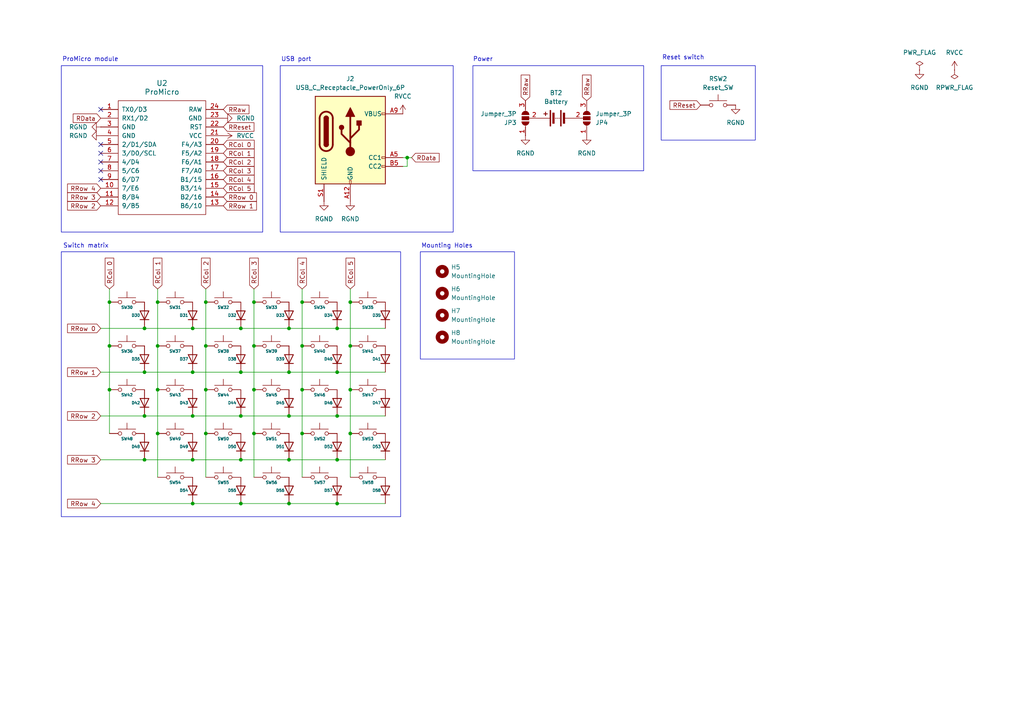
<source format=kicad_sch>
(kicad_sch (version 20231120) (generator "eeschema") (generator_version "8.0")
  (paper "A4")
  (lib_symbols
    (symbol "Connector:USB_C_Receptacle_PowerOnly_6P" (pin_names (offset 1.016))
      (property "Reference" "J" (at 0 16.51 0))
      (property "Value" "USB_C_Receptacle_PowerOnly_6P" (at 0 13.97 0))
      (symbol "USB_C_Receptacle_PowerOnly_6P_0_0"
        (rectangle (start -0.254 -12.7) (end 0.254 -11.684))
        (rectangle (start 10.16 -7.366) (end 9.144 -7.874))
        (rectangle (start 10.16 -4.826) (end 9.144 -5.334))
        (rectangle (start 10.16 7.874) (end 9.144 7.366))
      )
      (symbol "USB_C_Receptacle_PowerOnly_6P_0_1"
        (rectangle (start -10.16 12.7) (end 10.16 -12.7) (stroke (width 0.254)) (fill (type background)))
        (arc (start -8.89 -1.27) (mid -6.985 -3.1667) (end -5.08 -1.27) (stroke (width 0.508)))
        (arc (start -7.62 -1.27) (mid -6.985 -1.9023) (end -6.35 -1.27) (stroke (width 0.254)))
        (arc (start -7.62 -1.27) (mid -6.985 -1.9023) (end -6.35 -1.27) (stroke (width 0.254)) (fill (type outline)))
        (rectangle (start -7.62 -1.27) (end -6.35 6.35) (stroke (width 0.254)) (fill (type outline)))
        (arc (start -6.35 6.35) (mid -6.985 6.9823) (end -7.62 6.35) (stroke (width 0.254)))
        (arc (start -6.35 6.35) (mid -6.985 6.9823) (end -7.62 6.35) (stroke (width 0.254)) (fill (type outline)))
        (arc (start -5.08 6.35) (mid -6.985 8.2467) (end -8.89 6.35) (stroke (width 0.508)))
        (circle (center -2.54 3.683) (radius 0.635) (stroke (width 0.254)) (fill (type outline)))
        (circle (center 0 -3.302) (radius 1.27) (fill (type outline)))
        (polyline (pts (xy -8.89 -1.27) (xy -8.89 6.35)) (stroke (width 0.508)))
        (polyline (pts (xy -5.08 6.35) (xy -5.08 -1.27)) (stroke (width 0.508)))
        (polyline (pts (xy 0 -3.302) (xy 0 6.858)) (stroke (width 0.508)))
        (polyline (pts (xy 0 -0.762) (xy -2.54 1.778) (xy -2.54 3.048)) (stroke (width 0.508)))
        (polyline (pts (xy 0 0.508) (xy 2.54 3.048) (xy 2.54 4.318)) (stroke (width 0.508)))
        (polyline (pts (xy -1.27 6.858) (xy 0 9.398) (xy 1.27 6.858) (xy -1.27 6.858)) (stroke (width 0.254)) (fill (type outline)))
        (rectangle (start 1.905 4.318) (end 3.175 5.588) (stroke (width 0.254)) (fill (type outline)))
      )
      (symbol "USB_C_Receptacle_PowerOnly_6P_1_1"
        (pin passive line (at 0 -17.78 90) (length 5.08) (name "GND") (number "A12"))
        (pin bidirectional line (at 15.24 -5.08 180) (length 5.08) (name "CC1") (number "A5"))
        (pin passive line (at 15.24 7.62 180) (length 5.08) (name "VBUS") (number "A9"))
        (pin passive line (at 0 -17.78 90) (length 5.08) hide (name "GND") (number "B12"))
        (pin bidirectional line (at 15.24 -7.62 180) (length 5.08) (name "CC2") (number "B5"))
        (pin passive line (at 15.24 7.62 180) (length 5.08) hide (name "VBUS") (number "B9"))
        (pin passive line (at -7.62 -17.78 90) (length 5.08) (name "SHIELD") (number "S1"))
      )
    )
    (symbol "Device:Battery" (pin_numbers hide) (pin_names (offset 0) hide)
      (property "Reference" "BT" (at 2.54 2.54 0))
      (property "Value" "Battery" (at 2.54 0 0))
      (symbol "Battery_0_1"
        (rectangle (start -2.286 -1.27) (end 2.286 -1.524) (fill (type outline)))
        (rectangle (start -2.286 1.778) (end 2.286 1.524) (fill (type outline)))
        (rectangle (start -1.524 -2.032) (end 1.524 -2.54) (fill (type outline)))
        (rectangle (start -1.524 1.016) (end 1.524 0.508) (fill (type outline)))
        (polyline (pts (xy 0 -1.016) (xy 0 -0.762)))
        (polyline (pts (xy 0 -0.508) (xy 0 -0.254)))
        (polyline (pts (xy 0 0) (xy 0 0.254)))
        (polyline (pts (xy 0 1.778) (xy 0 2.54)))
        (polyline (pts (xy 0.762 3.048) (xy 1.778 3.048)) (stroke (width 0.254)))
        (polyline (pts (xy 1.27 3.556) (xy 1.27 2.54)) (stroke (width 0.254)))
      )
      (symbol "Battery_1_1"
        (pin passive line (at 0 5.08 270) (length 2.54) (name "+") (number "1"))
        (pin passive line (at 0 -5.08 90) (length 2.54) (name "-") (number "2"))
      )
    )
    (symbol "Device:D" (pin_numbers hide) (pin_names (offset 1.016) hide)
      (property "Reference" "D" (at 0 2.54 0))
      (property "Value" "D" (at 0 -2.54 0))
      (symbol "D_0_1"
        (polyline (pts (xy -1.27 1.27) (xy -1.27 -1.27)) (stroke (width 0.254)))
        (polyline (pts (xy 1.27 0) (xy -1.27 0)))
        (polyline (pts (xy 1.27 1.27) (xy 1.27 -1.27) (xy -1.27 0) (xy 1.27 1.27)) (stroke (width 0.254)))
      )
      (symbol "D_1_1"
        (pin passive line (at -3.81 0 0) (length 2.54) (name "K") (number "1"))
        (pin passive line (at 3.81 0 180) (length 2.54) (name "A") (number "2"))
      )
    )
    (symbol "Jumper:SolderJumper_3_Open" (pin_names (offset 0) hide) (exclude_from_sim yes) (in_bom no)
      (property "Reference" "JP" (at -2.54 -2.54 0))
      (property "Value" "SolderJumper_3_Open" (at 0 2.794 0))
      (symbol "SolderJumper_3_Open_0_1"
        (arc (start -1.016 1.016) (mid -2.0276 0) (end -1.016 -1.016))
        (arc (start -1.016 1.016) (mid -2.0276 0) (end -1.016 -1.016) (fill (type outline)))
        (rectangle (start -0.508 1.016) (end 0.508 -1.016) (fill (type outline)))
        (polyline (pts (xy -2.54 0) (xy -2.032 0)))
        (polyline (pts (xy -1.016 1.016) (xy -1.016 -1.016)))
        (polyline (pts (xy 0 -1.27) (xy 0 -1.016)))
        (polyline (pts (xy 1.016 1.016) (xy 1.016 -1.016)))
        (polyline (pts (xy 2.54 0) (xy 2.032 0)))
        (arc (start 1.016 -1.016) (mid 2.0276 0) (end 1.016 1.016))
        (arc (start 1.016 -1.016) (mid 2.0276 0) (end 1.016 1.016) (fill (type outline)))
      )
      (symbol "SolderJumper_3_Open_1_1"
        (pin passive line (at -5.08 0 0) (length 2.54) (name "A") (number "1"))
        (pin passive line (at 0 -3.81 90) (length 2.54) (name "C") (number "2"))
        (pin passive line (at 5.08 0 180) (length 2.54) (name "B") (number "3"))
      )
    )
    (symbol "Mechanical:MountingHole" (pin_names (offset 1.016)) (exclude_from_sim yes) (in_bom no)
      (property "Reference" "H" (at 0 5.08 0))
      (property "Value" "MountingHole" (at 0 3.175 0))
      (symbol "MountingHole_0_1"
        (circle (center 0 0) (radius 1.27) (stroke (width 1.27)))
      )
    )
    (symbol "Switch:SW_Push" (pin_numbers hide) (pin_names (offset 1.016) hide)
      (property "Reference" "SW" (at 1.27 2.54 0))
      (property "Value" "SW_Push" (at 0 -1.524 0))
      (symbol "SW_Push_0_1"
        (circle (center -2.032 0) (radius 0.508))
        (polyline (pts (xy 0 1.27) (xy 0 3.048)))
        (polyline (pts (xy 2.54 1.27) (xy -2.54 1.27)))
        (circle (center 2.032 0) (radius 0.508))
        (pin passive line (at -5.08 0 0) (length 2.54) (name "1") (number "1"))
        (pin passive line (at 5.08 0 180) (length 2.54) (name "2") (number "2"))
      )
    )
    (symbol "kbd:ProMicro" (pin_names (offset 1.016))
      (property "Reference" "U" (at 0 19.05 0))
      (property "Value" "ProMicro" (at 0 -19.05 0))
      (symbol "ProMicro_0_1"
        (rectangle (start -12.7 16.51) (end 12.7 -16.51))
      )
      (symbol "ProMicro_1_1"
        (pin bidirectional line (at -17.78 13.97 0) (length 5.08) (name "TX0/D3") (number "1"))
        (pin bidirectional line (at -17.78 -8.89 0) (length 5.08) (name "7/E6") (number "10"))
        (pin bidirectional line (at -17.78 -11.43 0) (length 5.08) (name "8/B4") (number "11"))
        (pin bidirectional line (at -17.78 -13.97 0) (length 5.08) (name "9/B5") (number "12"))
        (pin bidirectional line (at 17.78 -13.97 180) (length 5.08) (name "B6/10") (number "13"))
        (pin bidirectional line (at 17.78 -11.43 180) (length 5.08) (name "B2/16") (number "14"))
        (pin bidirectional line (at 17.78 -8.89 180) (length 5.08) (name "B3/14") (number "15"))
        (pin bidirectional line (at 17.78 -6.35 180) (length 5.08) (name "B1/15") (number "16"))
        (pin bidirectional line (at 17.78 -3.81 180) (length 5.08) (name "F7/A0") (number "17"))
        (pin bidirectional line (at 17.78 -1.27 180) (length 5.08) (name "F6/A1") (number "18"))
        (pin bidirectional line (at 17.78 1.27 180) (length 5.08) (name "F5/A2") (number "19"))
        (pin bidirectional line (at -17.78 11.43 0) (length 5.08) (name "RX1/D2") (number "2"))
        (pin bidirectional line (at 17.78 3.81 180) (length 5.08) (name "F4/A3") (number "20"))
        (pin power_in line (at 17.78 6.35 180) (length 5.08) (name "VCC") (number "21"))
        (pin input line (at 17.78 8.89 180) (length 5.08) (name "RST") (number "22"))
        (pin power_in line (at 17.78 11.43 180) (length 5.08) (name "GND") (number "23"))
        (pin power_out line (at 17.78 13.97 180) (length 5.08) (name "RAW") (number "24"))
        (pin power_in line (at -17.78 8.89 0) (length 5.08) (name "GND") (number "3"))
        (pin power_in line (at -17.78 6.35 0) (length 5.08) (name "GND") (number "4"))
        (pin bidirectional line (at -17.78 3.81 0) (length 5.08) (name "2/D1/SDA") (number "5"))
        (pin bidirectional line (at -17.78 1.27 0) (length 5.08) (name "3/D0/SCL") (number "6"))
        (pin bidirectional line (at -17.78 -1.27 0) (length 5.08) (name "4/D4") (number "7"))
        (pin bidirectional line (at -17.78 -3.81 0) (length 5.08) (name "5/C6") (number "8"))
        (pin bidirectional line (at -17.78 -6.35 0) (length 5.08) (name "6/D7") (number "9"))
      )
    )
    (symbol "power:GND" (power) (pin_numbers hide) (pin_names (offset 0) hide)
      (property "Value" "GND" (at 0 -3.81 0))
      (symbol "GND_0_1"
        (polyline (pts (xy 0 0) (xy 0 -1.27) (xy 1.27 -1.27) (xy 0 -2.54) (xy -1.27 -1.27) (xy 0 -1.27)))
      )
      (symbol "GND_1_1"
        (pin power_in line (at 0 0 270) (length 0) (name "~") (number "1"))
      )
    )
    (symbol "power:PWR_FLAG" (power) (pin_numbers hide) (pin_names (offset 0) hide)
      (property "Value" "PWR_FLAG" (at 0 3.81 0))
      (symbol "PWR_FLAG_0_0"
        (pin power_out line (at 0 0 90) (length 0) (name "~") (number "1"))
      )
      (symbol "PWR_FLAG_0_1"
        (polyline (pts (xy 0 0) (xy 0 1.27) (xy -1.016 1.905) (xy 0 2.54) (xy 1.016 1.905) (xy 0 1.27)))
      )
    )
    (symbol "power:VCC" (power) (pin_numbers hide) (pin_names (offset 0) hide)
      (property "Value" "VCC" (at 0 3.556 0))
      (symbol "VCC_0_1"
        (polyline (pts (xy -0.762 1.27) (xy 0 2.54)))
        (polyline (pts (xy 0 0) (xy 0 2.54)))
        (polyline (pts (xy 0 2.54) (xy 0.762 1.27)))
      )
      (symbol "VCC_1_1"
        (pin power_in line (at 0 0 90) (length 0) (name "~") (number "1"))
      )
    )
  )
  (junction (at 83.82 95.25))
  (junction (at 101.6 100.33))
  (junction (at 45.72 87.63))
  (junction (at 87.63 125.73))
  (junction (at 83.82 120.65))
  (junction (at 73.66 113.03))
  (junction (at 73.66 100.33))
  (junction (at 55.88 120.65))
  (junction (at 31.75 100.33))
  (junction (at 45.72 113.03))
  (junction (at 69.85 107.95))
  (junction (at 97.79 107.95))
  (junction (at 97.79 120.65))
  (junction (at 31.75 87.63))
  (junction (at 73.66 125.73))
  (junction (at 83.82 146.05))
  (junction (at 59.69 87.63))
  (junction (at 55.88 107.95))
  (junction (at 55.88 95.25))
  (junction (at 41.91 95.25))
  (junction (at 59.69 100.33))
  (junction (at 73.66 87.63))
  (junction (at 41.91 120.65))
  (junction (at 69.85 133.35))
  (junction (at 31.75 113.03))
  (junction (at 55.88 133.35))
  (junction (at 45.72 100.33))
  (junction (at 83.82 133.35))
  (junction (at 55.88 146.05))
  (junction (at 83.82 107.95))
  (junction (at 69.85 95.25))
  (junction (at 101.6 125.73))
  (junction (at 41.91 107.95))
  (junction (at 101.6 113.03))
  (junction (at 97.79 133.35))
  (junction (at 45.72 125.73))
  (junction (at 97.79 146.05))
  (junction (at 59.69 125.73))
  (junction (at 118.11 45.72))
  (junction (at 87.63 100.33))
  (junction (at 97.79 95.25))
  (junction (at 41.91 133.35))
  (junction (at 69.85 120.65))
  (junction (at 101.6 87.63))
  (junction (at 69.85 146.05))
  (junction (at 87.63 87.63))
  (junction (at 87.63 113.03))
  (junction (at 59.69 113.03))
  (no_connect (at 29.21 31.75))
  (no_connect (at 29.21 41.91))
  (no_connect (at 29.21 44.45))
  (no_connect (at 29.21 52.07))
  (no_connect (at 29.21 46.99))
  (no_connect (at 29.21 49.53))
  (wire (pts (xy 31.75 83.82) (xy 31.75 87.63)))
  (wire (pts (xy 101.6 125.73) (xy 101.6 113.03)))
  (wire (pts (xy 59.69 83.82) (xy 59.69 87.63)))
  (wire (pts (xy 97.79 120.65) (xy 111.76 120.65)))
  (wire (pts (xy 83.82 146.05) (xy 97.79 146.05)))
  (wire (pts (xy 55.88 146.05) (xy 69.85 146.05)))
  (wire (pts (xy 55.88 95.25) (xy 69.85 95.25)))
  (wire (pts (xy 55.88 120.65) (xy 69.85 120.65)))
  (wire (pts (xy 87.63 138.43) (xy 87.63 125.73)))
  (wire (pts (xy 45.72 87.63) (xy 45.72 100.33)))
  (wire (pts (xy 87.63 83.82) (xy 87.63 87.63)))
  (wire (pts (xy 41.91 107.95) (xy 55.88 107.95)))
  (wire (pts (xy 69.85 146.05) (xy 83.82 146.05)))
  (wire (pts (xy 73.66 125.73) (xy 73.66 138.43)))
  (wire (pts (xy 101.6 83.82) (xy 101.6 87.63)))
  (wire (pts (xy 73.66 125.73) (xy 73.66 113.03)))
  (wire (pts (xy 29.21 95.25) (xy 41.91 95.25)))
  (wire (pts (xy 83.82 107.95) (xy 97.79 107.95)))
  (wire (pts (xy 41.91 133.35) (xy 55.88 133.35)))
  (wire (pts (xy 59.69 87.63) (xy 59.69 100.33)))
  (wire (pts (xy 118.11 45.72) (xy 118.11 48.26)))
  (wire (pts (xy 73.66 113.03) (xy 73.66 100.33)))
  (wire (pts (xy 69.85 120.65) (xy 83.82 120.65)))
  (wire (pts (xy 41.91 120.65) (xy 55.88 120.65)))
  (wire (pts (xy 69.85 95.25) (xy 83.82 95.25)))
  (wire (pts (xy 97.79 133.35) (xy 83.82 133.35)))
  (wire (pts (xy 45.72 138.43) (xy 45.72 125.73)))
  (wire (pts (xy 97.79 95.25) (xy 111.76 95.25)))
  (wire (pts (xy 59.69 125.73) (xy 59.69 113.03)))
  (wire (pts (xy 97.79 107.95) (xy 111.76 107.95)))
  (wire (pts (xy 55.88 133.35) (xy 69.85 133.35)))
  (wire (pts (xy 101.6 87.63) (xy 101.6 100.33)))
  (wire (pts (xy 29.21 133.35) (xy 41.91 133.35)))
  (wire (pts (xy 69.85 133.35) (xy 83.82 133.35)))
  (wire (pts (xy 55.88 107.95) (xy 69.85 107.95)))
  (wire (pts (xy 69.85 107.95) (xy 83.82 107.95)))
  (wire (pts (xy 73.66 83.82) (xy 73.66 87.63)))
  (wire (pts (xy 45.72 83.82) (xy 45.72 87.63)))
  (wire (pts (xy 41.91 95.25) (xy 55.88 95.25)))
  (wire (pts (xy 31.75 87.63) (xy 31.75 100.33)))
  (wire (pts (xy 87.63 113.03) (xy 87.63 100.33)))
  (wire (pts (xy 83.82 95.25) (xy 97.79 95.25)))
  (wire (pts (xy 118.11 45.72) (xy 119.38 45.72)))
  (wire (pts (xy 45.72 113.03) (xy 45.72 100.33)))
  (wire (pts (xy 101.6 113.03) (xy 101.6 100.33)))
  (wire (pts (xy 116.84 48.26) (xy 118.11 48.26)))
  (wire (pts (xy 111.76 133.35) (xy 97.79 133.35)))
  (wire (pts (xy 59.69 113.03) (xy 59.69 100.33)))
  (wire (pts (xy 87.63 87.63) (xy 87.63 100.33)))
  (wire (pts (xy 29.21 146.05) (xy 55.88 146.05)))
  (wire (pts (xy 87.63 125.73) (xy 87.63 113.03)))
  (wire (pts (xy 83.82 120.65) (xy 97.79 120.65)))
  (wire (pts (xy 31.75 113.03) (xy 31.75 125.73)))
  (wire (pts (xy 73.66 87.63) (xy 73.66 100.33)))
  (wire (pts (xy 31.75 100.33) (xy 31.75 113.03)))
  (wire (pts (xy 101.6 138.43) (xy 101.6 125.73)))
  (wire (pts (xy 116.84 45.72) (xy 118.11 45.72)))
  (wire (pts (xy 59.69 125.73) (xy 59.69 138.43)))
  (wire (pts (xy 97.79 146.05) (xy 111.76 146.05)))
  (wire (pts (xy 29.21 107.95) (xy 41.91 107.95)))
  (wire (pts (xy 45.72 125.73) (xy 45.72 113.03)))
  (wire (pts (xy 29.21 120.65) (xy 41.91 120.65)))
  (rectangle (start 17.78 19.05) (end 76.2 67.31))
  (rectangle (start 137.16 19.05) (end 186.69 49.53))
  (rectangle (start 81.28 19.05) (end 131.445 67.31))
  (rectangle (start 191.77 19.05) (end 219.075 40.64))
  (rectangle (start 121.92 73.025) (end 149.225 104.14))
  (rectangle (start 17.78 73.025) (end 116.205 149.86))
  (text "Switch matrix" (at 18.288 72.136 0) (effects (font (size 1.27 1.27)) (justify left bottom)))
  (text "Mounting Holes" (at 122.174 72.136 0) (effects (font (size 1.27 1.27)) (justify left bottom)))
  (text "USB port" (at 81.534 18.034 0) (effects (font (size 1.27 1.27)) (justify left bottom)))
  (text "Power" (at 137.16 18.034 0) (effects (font (size 1.27 1.27)) (justify left bottom)))
  (text "ProMicro module" (at 18.034 18.034 0) (effects (font (size 1.27 1.27)) (justify left bottom)))
  (text "Reset switch" (at 192.024 17.526 0) (effects (font (size 1.27 1.27)) (justify left bottom)))
  (global_label "RData" (shape input) (at 119.38 45.72 0) (property "Intersheetrefs" "${INTERSHEET_REFS}" (effects (hide yes))))
  (global_label "RCol 0" (shape input) (at 64.77 41.91 0) (property "Intersheetrefs" "${INTERSHEET_REFS}" (effects (hide yes))))
  (global_label "RCol 1" (shape input) (at 64.77 44.45 0) (property "Intersheetrefs" "${INTERSHEET_REFS}" (effects (hide yes))))
  (global_label "RReset" (shape input) (at 203.2 30.48 180) (property "Intersheetrefs" "${INTERSHEET_REFS}" (effects (hide yes))))
  (global_label "RCol 2" (shape input) (at 64.77 46.99 0) (property "Intersheetrefs" "${INTERSHEET_REFS}" (effects (hide yes))))
  (global_label "RReset" (shape input) (at 64.77 36.83 0) (property "Intersheetrefs" "${INTERSHEET_REFS}" (effects (hide yes))))
  (global_label "RRow 3" (shape input) (at 29.21 57.15 180) (property "Intersheetrefs" "${INTERSHEET_REFS}" (effects (hide yes))))
  (global_label "RRow 0" (shape input) (at 29.21 95.25 180) (property "Intersheetrefs" "${INTERSHEET_REFS}" (effects (hide yes))))
  (global_label "RRow 0" (shape input) (at 64.77 57.15 0) (property "Intersheetrefs" "${INTERSHEET_REFS}" (effects (hide yes))))
  (global_label "RCol 5" (shape input) (at 101.6 83.82 90) (property "Intersheetrefs" "${INTERSHEET_REFS}" (effects (hide yes))))
  (global_label "RRaw" (shape input) (at 170.18 29.21 90) (property "Intersheetrefs" "${INTERSHEET_REFS}" (effects (hide yes))))
  (global_label "RCol 2" (shape input) (at 59.69 83.82 90) (property "Intersheetrefs" "${INTERSHEET_REFS}" (effects (hide yes))))
  (global_label "RData" (shape input) (at 29.21 34.29 180) (property "Intersheetrefs" "${INTERSHEET_REFS}" (effects (hide yes))))
  (global_label "RRow 2" (shape input) (at 29.21 120.65 180) (property "Intersheetrefs" "${INTERSHEET_REFS}" (effects (hide yes))))
  (global_label "RRow 4" (shape input) (at 29.21 146.05 180) (property "Intersheetrefs" "${INTERSHEET_REFS}" (effects (hide yes))))
  (global_label "RCol 1" (shape input) (at 45.72 83.82 90) (property "Intersheetrefs" "${INTERSHEET_REFS}" (effects (hide yes))))
  (global_label "RRow 4" (shape input) (at 29.21 54.61 180) (property "Intersheetrefs" "${INTERSHEET_REFS}" (effects (hide yes))))
  (global_label "RCol 3" (shape input) (at 73.66 83.82 90) (property "Intersheetrefs" "${INTERSHEET_REFS}" (effects (hide yes))))
  (global_label "RCol 3" (shape input) (at 64.77 49.53 0) (property "Intersheetrefs" "${INTERSHEET_REFS}" (effects (hide yes))))
  (global_label "RRow 3" (shape input) (at 29.21 133.35 180) (property "Intersheetrefs" "${INTERSHEET_REFS}" (effects (hide yes))))
  (global_label "RRow 1" (shape input) (at 29.21 107.95 180) (property "Intersheetrefs" "${INTERSHEET_REFS}" (effects (hide yes))))
  (global_label "RRaw" (shape input) (at 152.4 29.21 90) (property "Intersheetrefs" "${INTERSHEET_REFS}" (effects (hide yes))))
  (global_label "RCol 4" (shape input) (at 64.77 52.07 0) (property "Intersheetrefs" "${INTERSHEET_REFS}" (effects (hide yes))))
  (global_label "RRow 1" (shape input) (at 64.77 59.69 0) (property "Intersheetrefs" "${INTERSHEET_REFS}" (effects (hide yes))))
  (global_label "RCol 5" (shape input) (at 64.77 54.61 0) (property "Intersheetrefs" "${INTERSHEET_REFS}" (effects (hide yes))))
  (global_label "RCol 4" (shape input) (at 87.63 83.82 90) (property "Intersheetrefs" "${INTERSHEET_REFS}" (effects (hide yes))))
  (global_label "RRow 2" (shape input) (at 29.21 59.69 180) (property "Intersheetrefs" "${INTERSHEET_REFS}" (effects (hide yes))))
  (global_label "RRaw" (shape input) (at 64.77 31.75 0) (property "Intersheetrefs" "${INTERSHEET_REFS}" (effects (hide yes))))
  (global_label "RCol 0" (shape input) (at 31.75 83.82 90) (property "Intersheetrefs" "${INTERSHEET_REFS}" (effects (hide yes))))
  (symbol (lib_id "Switch:SW_Push") (at 92.71 138.43 0) (unit 1)
    (property "Reference" "SW57" (at 92.71 139.954 0) (effects (font (size 0.8128 0.8128))))
    (property "Value" "SW_Push" (effects (hide yes)))
    (property "Footprint" "axseem:SW_MX_Choc-v1v2_Hotswap" (effects (hide yes)))
    (property "Description" "Push button switch, generic, two pins" (effects (hide yes)))
  )
  (symbol (lib_id "Switch:SW_Push") (at 50.8 125.73 0) (unit 1)
    (property "Reference" "SW49" (at 50.8 127.254 0) (effects (font (size 0.8128 0.8128))))
    (property "Value" "SW_Push" (effects (hide yes)))
    (property "Footprint" "axseem:SW_MX_Choc-v1v2_Hotswap" (effects (hide yes)))
    (property "Description" "Push button switch, generic, two pins" (effects (hide yes)))
  )
  (symbol (lib_id "Connector:USB_C_Receptacle_PowerOnly_6P") (at 101.6 40.64 0) (unit 1)
    (property "Reference" "J2" (at 101.6 22.86 0))
    (property "Value" "USB_C_Receptacle_PowerOnly_6P" (at 101.6 25.4 0))
    (property "Footprint" "axseem:USB-C_6Pin_Mid-mount" (effects (hide yes)))
    (property "Datasheet" "https://www.usb.org/sites/default/files/documents/usb_type-c.zip" (effects (hide yes)))
    (property "Description" "USB Power-Only 6P Type-C Receptacle connector" (effects (hide yes)))
  )
  (symbol (lib_id "Switch:SW_Push") (at 106.68 138.43 0) (unit 1)
    (property "Reference" "SW58" (at 106.68 139.954 0) (effects (font (size 0.8128 0.8128))))
    (property "Value" "SW_Push" (effects (hide yes)))
    (property "Footprint" "axseem:SW_MX_Choc-v1v2_Hotswap" (effects (hide yes)))
    (property "Description" "Push button switch, generic, two pins" (effects (hide yes)))
  )
  (symbol (lib_id "Switch:SW_Push") (at 36.83 87.63 0) (unit 1)
    (property "Reference" "SW30" (at 36.83 89.154 0) (effects (font (size 0.8128 0.8128))))
    (property "Value" "SW_Push" (effects (hide yes)))
    (property "Footprint" "axseem:SW_MX_Choc-v1v2_Hotswap" (effects (hide yes)))
    (property "Description" "Push button switch, generic, two pins" (effects (hide yes)))
  )
  (symbol (lib_id "Switch:SW_Push") (at 36.83 100.33 0) (unit 1)
    (property "Reference" "SW36" (at 36.83 101.854 0) (effects (font (size 0.8128 0.8128))))
    (property "Value" "SW_Push" (effects (hide yes)))
    (property "Footprint" "axseem:SW_MX_Choc-v1v2_Hotswap" (effects (hide yes)))
    (property "Description" "Push button switch, generic, two pins" (effects (hide yes)))
  )
  (symbol (lib_id "Switch:SW_Push") (at 64.77 87.63 0) (unit 1)
    (property "Reference" "SW32" (at 64.77 89.154 0) (effects (font (size 0.8128 0.8128))))
    (property "Value" "SW_Push" (effects (hide yes)))
    (property "Footprint" "axseem:SW_MX_Choc-v1v2_Hotswap" (effects (hide yes)))
    (property "Description" "Push button switch, generic, two pins" (effects (hide yes)))
  )
  (symbol (lib_id "power:VCC") (at 64.77 39.37 270) (unit 1)
    (property "Reference" "#PWR019" (effects (hide yes)))
    (property "Value" "RVCC" (at 68.58 39.3699 90) (effects (justify left)))
    (property "Description" "Power symbol creates a global label with name \"VCC\"" (effects (hide yes)))
  )
  (symbol (lib_id "Jumper:SolderJumper_3_Open") (at 152.4 34.29 90) (unit 1) (exclude_from_sim yes) (in_bom no)
    (property "Reference" "JP3" (at 149.86 35.5601 90) (effects (justify left)))
    (property "Value" "Jumper_3P" (at 149.86 33.0201 90) (effects (justify left)))
    (property "Footprint" "axseem:SolderJumper-3_P" (effects (hide yes)))
    (property "Description" "Solder Jumper, 3-pole, open" (effects (hide yes)))
  )
  (symbol (lib_id "Device:D") (at 111.76 129.54 90) (unit 1)
    (property "Reference" "D53" (at 110.49 129.54 90) (effects (font (size 0.8128 0.8128)) (justify left)))
    (property "Value" "D" (effects (hide yes)))
    (property "Footprint" "Diode_SMD:D_SOD-323_HandSoldering" (effects (hide yes)))
    (property "Description" "Diode" (effects (hide yes)))
    (property "Sim.Device" "D" (effects (hide yes)))
    (property "Sim.Pins" "1=K 2=A" (effects (hide yes)))
  )
  (symbol (lib_id "Device:D") (at 83.82 129.54 90) (unit 1)
    (property "Reference" "D51" (at 82.55 129.54 90) (effects (font (size 0.8128 0.8128)) (justify left)))
    (property "Value" "D" (effects (hide yes)))
    (property "Footprint" "Diode_SMD:D_SOD-323_HandSoldering" (effects (hide yes)))
    (property "Description" "Diode" (effects (hide yes)))
    (property "Sim.Device" "D" (effects (hide yes)))
    (property "Sim.Pins" "1=K 2=A" (effects (hide yes)))
  )
  (symbol (lib_id "Switch:SW_Push") (at 78.74 113.03 0) (unit 1)
    (property "Reference" "SW45" (at 78.74 114.554 0) (effects (font (size 0.8128 0.8128))))
    (property "Value" "SW_Push" (effects (hide yes)))
    (property "Footprint" "axseem:SW_MX_Choc-v1v2_Hotswap" (effects (hide yes)))
    (property "Description" "Push button switch, generic, two pins" (effects (hide yes)))
  )
  (symbol (lib_id "Switch:SW_Push") (at 92.71 100.33 0) (unit 1)
    (property "Reference" "SW40" (at 92.71 101.854 0) (effects (font (size 0.8128 0.8128))))
    (property "Value" "SW_Push" (effects (hide yes)))
    (property "Footprint" "axseem:SW_MX_Choc-v1v2_Hotswap" (effects (hide yes)))
    (property "Description" "Push button switch, generic, two pins" (effects (hide yes)))
  )
  (symbol (lib_id "Device:D") (at 55.88 104.14 90) (unit 1)
    (property "Reference" "D37" (at 54.61 104.14 90) (effects (font (size 0.8128 0.8128)) (justify left)))
    (property "Value" "D" (effects (hide yes)))
    (property "Footprint" "Diode_SMD:D_SOD-323_HandSoldering" (effects (hide yes)))
    (property "Description" "Diode" (effects (hide yes)))
    (property "Sim.Device" "D" (effects (hide yes)))
    (property "Sim.Pins" "1=K 2=A" (effects (hide yes)))
  )
  (symbol (lib_id "Switch:SW_Push") (at 64.77 125.73 0) (unit 1)
    (property "Reference" "SW50" (at 64.77 127.254 0) (effects (font (size 0.8128 0.8128))))
    (property "Value" "SW_Push" (effects (hide yes)))
    (property "Footprint" "axseem:SW_MX_Choc-v1v2_Hotswap" (effects (hide yes)))
    (property "Description" "Push button switch, generic, two pins" (effects (hide yes)))
  )
  (symbol (lib_id "Switch:SW_Push") (at 78.74 138.43 0) (unit 1)
    (property "Reference" "SW56" (at 78.74 139.954 0) (effects (font (size 0.8128 0.8128))))
    (property "Value" "SW_Push" (effects (hide yes)))
    (property "Footprint" "axseem:SW_MX_Choc-v1v2_Hotswap" (effects (hide yes)))
    (property "Description" "Push button switch, generic, two pins" (effects (hide yes)))
  )
  (symbol (lib_id "Switch:SW_Push") (at 78.74 100.33 0) (unit 1)
    (property "Reference" "SW39" (at 78.74 101.854 0) (effects (font (size 0.8128 0.8128))))
    (property "Value" "SW_Push" (effects (hide yes)))
    (property "Footprint" "axseem:SW_MX_Choc-v1v2_Hotswap" (effects (hide yes)))
    (property "Description" "Push button switch, generic, two pins" (effects (hide yes)))
  )
  (symbol (lib_id "Device:D") (at 41.91 91.44 90) (unit 1)
    (property "Reference" "D30" (at 40.64 91.44 90) (effects (font (size 0.8128 0.8128)) (justify left)))
    (property "Value" "D" (effects (hide yes)))
    (property "Footprint" "Diode_SMD:D_SOD-323_HandSoldering" (effects (hide yes)))
    (property "Description" "Diode" (effects (hide yes)))
    (property "Sim.Device" "D" (effects (hide yes)))
    (property "Sim.Pins" "1=K 2=A" (effects (hide yes)))
  )
  (symbol (lib_id "Device:D") (at 69.85 142.24 90) (unit 1)
    (property "Reference" "D55" (at 68.58 142.24 90) (effects (font (size 0.8128 0.8128)) (justify left)))
    (property "Value" "D" (effects (hide yes)))
    (property "Footprint" "Diode_SMD:D_SOD-323_HandSoldering" (effects (hide yes)))
    (property "Description" "Diode" (effects (hide yes)))
    (property "Sim.Device" "D" (effects (hide yes)))
    (property "Sim.Pins" "1=K 2=A" (effects (hide yes)))
  )
  (symbol (lib_id "power:GND") (at 29.21 39.37 270) (unit 1)
    (property "Reference" "#PWR018" (effects (hide yes)))
    (property "Value" "RGND" (at 25.4 39.3699 90) (effects (justify right)))
    (property "Description" "Power symbol creates a global label with name \"GND\" , ground" (effects (hide yes)))
  )
  (symbol (lib_id "Switch:SW_Push") (at 106.68 125.73 0) (unit 1)
    (property "Reference" "SW53" (at 106.68 127.254 0) (effects (font (size 0.8128 0.8128))))
    (property "Value" "SW_Push" (effects (hide yes)))
    (property "Footprint" "axseem:SW_MX_Choc-v1v2_Hotswap" (effects (hide yes)))
    (property "Description" "Push button switch, generic, two pins" (effects (hide yes)))
  )
  (symbol (lib_id "Mechanical:MountingHole") (at 128.27 91.44 0) (unit 1) (exclude_from_sim yes) (in_bom no)
    (property "Reference" "H7" (at 130.81 90.1699 0) (effects (justify left)))
    (property "Value" "MountingHole" (at 130.81 92.7099 0) (effects (justify left)))
    (property "Footprint" "MountingHole:MountingHole_2.2mm_M2_DIN965" (effects (hide yes)))
    (property "Description" "Mounting Hole without connection" (effects (hide yes)))
  )
  (symbol (lib_id "power:PWR_FLAG") (at 276.86 20.32 180) (unit 1)
    (property "Reference" "#FLG04" (effects (hide yes)))
    (property "Value" "RPWR_FLAG" (at 276.86 25.4 0))
    (property "Description" "Special symbol for telling ERC where power comes from" (effects (hide yes)))
  )
  (symbol (lib_id "Device:D") (at 111.76 142.24 90) (unit 1)
    (property "Reference" "D58" (at 110.49 142.24 90) (effects (font (size 0.8128 0.8128)) (justify left)))
    (property "Value" "D" (effects (hide yes)))
    (property "Footprint" "Diode_SMD:D_SOD-323_HandSoldering" (effects (hide yes)))
    (property "Description" "Diode" (effects (hide yes)))
    (property "Sim.Device" "D" (effects (hide yes)))
    (property "Sim.Pins" "1=K 2=A" (effects (hide yes)))
  )
  (symbol (lib_id "power:GND") (at 64.77 34.29 90) (unit 1)
    (property "Reference" "#PWR016" (effects (hide yes)))
    (property "Value" "RGND" (at 68.58 34.2899 90) (effects (justify right)))
    (property "Description" "Power symbol creates a global label with name \"GND\" , ground" (effects (hide yes)))
  )
  (symbol (lib_id "Device:D") (at 111.76 104.14 90) (unit 1)
    (property "Reference" "D41" (at 110.49 104.14 90) (effects (font (size 0.8128 0.8128)) (justify left)))
    (property "Value" "D" (effects (hide yes)))
    (property "Footprint" "Diode_SMD:D_SOD-323_HandSoldering" (effects (hide yes)))
    (property "Description" "Diode" (effects (hide yes)))
    (property "Sim.Device" "D" (effects (hide yes)))
    (property "Sim.Pins" "1=K 2=A" (effects (hide yes)))
  )
  (symbol (lib_id "Device:D") (at 111.76 116.84 90) (unit 1)
    (property "Reference" "D47" (at 110.49 116.84 90) (effects (font (size 0.8128 0.8128)) (justify left)))
    (property "Value" "D" (effects (hide yes)))
    (property "Footprint" "Diode_SMD:D_SOD-323_HandSoldering" (effects (hide yes)))
    (property "Description" "Diode" (effects (hide yes)))
    (property "Sim.Device" "D" (effects (hide yes)))
    (property "Sim.Pins" "1=K 2=A" (effects (hide yes)))
  )
  (symbol (lib_id "Device:D") (at 55.88 116.84 90) (unit 1)
    (property "Reference" "D43" (at 54.61 116.84 90) (effects (font (size 0.8128 0.8128)) (justify left)))
    (property "Value" "D" (effects (hide yes)))
    (property "Footprint" "Diode_SMD:D_SOD-323_HandSoldering" (effects (hide yes)))
    (property "Description" "Diode" (effects (hide yes)))
    (property "Sim.Device" "D" (effects (hide yes)))
    (property "Sim.Pins" "1=K 2=A" (effects (hide yes)))
  )
  (symbol (lib_id "Device:D") (at 55.88 91.44 90) (unit 1)
    (property "Reference" "D31" (at 54.61 91.44 90) (effects (font (size 0.8128 0.8128)) (justify left)))
    (property "Value" "D" (effects (hide yes)))
    (property "Footprint" "Diode_SMD:D_SOD-323_HandSoldering" (effects (hide yes)))
    (property "Description" "Diode" (effects (hide yes)))
    (property "Sim.Device" "D" (effects (hide yes)))
    (property "Sim.Pins" "1=K 2=A" (effects (hide yes)))
  )
  (symbol (lib_id "power:VCC") (at 116.84 33.02 0) (unit 1)
    (property "Reference" "#PWR015" (effects (hide yes)))
    (property "Value" "RVCC" (at 116.84 27.94 0))
    (property "Description" "Power symbol creates a global label with name \"VCC\"" (effects (hide yes)))
  )
  (symbol (lib_id "Device:D") (at 69.85 104.14 90) (unit 1)
    (property "Reference" "D38" (at 68.58 104.14 90) (effects (font (size 0.8128 0.8128)) (justify left)))
    (property "Value" "D" (effects (hide yes)))
    (property "Footprint" "Diode_SMD:D_SOD-323_HandSoldering" (effects (hide yes)))
    (property "Description" "Diode" (effects (hide yes)))
    (property "Sim.Device" "D" (effects (hide yes)))
    (property "Sim.Pins" "1=K 2=A" (effects (hide yes)))
  )
  (symbol (lib_id "Device:D") (at 83.82 91.44 90) (unit 1)
    (property "Reference" "D33" (at 82.55 91.44 90) (effects (font (size 0.8128 0.8128)) (justify left)))
    (property "Value" "D" (effects (hide yes)))
    (property "Footprint" "Diode_SMD:D_SOD-323_HandSoldering" (effects (hide yes)))
    (property "Description" "Diode" (effects (hide yes)))
    (property "Sim.Device" "D" (effects (hide yes)))
    (property "Sim.Pins" "1=K 2=A" (effects (hide yes)))
  )
  (symbol (lib_id "Switch:SW_Push") (at 92.71 87.63 0) (unit 1)
    (property "Reference" "SW34" (at 92.71 89.154 0) (effects (font (size 0.8128 0.8128))))
    (property "Value" "SW_Push" (effects (hide yes)))
    (property "Footprint" "axseem:SW_MX_Choc-v1v2_Hotswap" (effects (hide yes)))
    (property "Description" "Push button switch, generic, two pins" (effects (hide yes)))
  )
  (symbol (lib_id "Device:Battery") (at 161.29 34.29 90) (unit 1)
    (property "Reference" "BT2" (at 161.29 26.924 90))
    (property "Value" "Battery" (at 161.29 29.464 90))
    (property "Footprint" "axseem:JST_1.25mm_mid-mount" (effects (hide yes)))
    (property "Description" "Multiple-cell battery" (effects (hide yes)))
  )
  (symbol (lib_id "Device:D") (at 55.88 129.54 90) (unit 1)
    (property "Reference" "D49" (at 54.61 129.54 90) (effects (font (size 0.8128 0.8128)) (justify left)))
    (property "Value" "D" (effects (hide yes)))
    (property "Footprint" "Diode_SMD:D_SOD-323_HandSoldering" (effects (hide yes)))
    (property "Description" "Diode" (effects (hide yes)))
    (property "Sim.Device" "D" (effects (hide yes)))
    (property "Sim.Pins" "1=K 2=A" (effects (hide yes)))
  )
  (symbol (lib_id "Switch:SW_Push") (at 50.8 138.43 0) (unit 1)
    (property "Reference" "SW54" (at 50.8 139.954 0) (effects (font (size 0.8128 0.8128))))
    (property "Value" "SW_Push" (effects (hide yes)))
    (property "Footprint" "axseem:SW_MX_Choc-v1v2_Hotswap" (effects (hide yes)))
    (property "Description" "Push button switch, generic, two pins" (effects (hide yes)))
  )
  (symbol (lib_id "power:GND") (at 213.36 30.48 0) (unit 1)
    (property "Reference" "#PWR020" (effects (hide yes)))
    (property "Value" "RGND" (at 213.36 35.56 0))
    (property "Description" "Power symbol creates a global label with name \"GND\" , ground" (effects (hide yes)))
  )
  (symbol (lib_id "Device:D") (at 41.91 129.54 90) (unit 1)
    (property "Reference" "D48" (at 40.64 129.54 90) (effects (font (size 0.8128 0.8128)) (justify left)))
    (property "Value" "D" (effects (hide yes)))
    (property "Footprint" "Diode_SMD:D_SOD-323_HandSoldering" (effects (hide yes)))
    (property "Description" "Diode" (effects (hide yes)))
    (property "Sim.Device" "D" (effects (hide yes)))
    (property "Sim.Pins" "1=K 2=A" (effects (hide yes)))
  )
  (symbol (lib_id "Switch:SW_Push") (at 64.77 113.03 0) (unit 1)
    (property "Reference" "SW44" (at 64.77 114.554 0) (effects (font (size 0.8128 0.8128))))
    (property "Value" "SW_Push" (effects (hide yes)))
    (property "Footprint" "axseem:SW_MX_Choc-v1v2_Hotswap" (effects (hide yes)))
    (property "Description" "Push button switch, generic, two pins" (effects (hide yes)))
  )
  (symbol (lib_id "power:GND") (at 266.7 20.32 0) (unit 1)
    (property "Reference" "#PWR012" (effects (hide yes)))
    (property "Value" "RGND" (at 266.7 25.4 0))
    (property "Description" "Power symbol creates a global label with name \"GND\" , ground" (effects (hide yes)))
  )
  (symbol (lib_id "Mechanical:MountingHole") (at 128.27 85.09 0) (unit 1) (exclude_from_sim yes) (in_bom no)
    (property "Reference" "H6" (at 130.81 83.8199 0) (effects (justify left)))
    (property "Value" "MountingHole" (at 130.81 86.3599 0) (effects (justify left)))
    (property "Footprint" "MountingHole:MountingHole_2.2mm_M2_DIN965" (effects (hide yes)))
    (property "Description" "Mounting Hole without connection" (effects (hide yes)))
  )
  (symbol (lib_id "Device:D") (at 97.79 129.54 90) (unit 1)
    (property "Reference" "D52" (at 96.52 129.54 90) (effects (font (size 0.8128 0.8128)) (justify left)))
    (property "Value" "D" (effects (hide yes)))
    (property "Footprint" "Diode_SMD:D_SOD-323_HandSoldering" (effects (hide yes)))
    (property "Description" "Diode" (effects (hide yes)))
    (property "Sim.Device" "D" (effects (hide yes)))
    (property "Sim.Pins" "1=K 2=A" (effects (hide yes)))
  )
  (symbol (lib_id "Switch:SW_Push") (at 106.68 113.03 0) (unit 1)
    (property "Reference" "SW47" (at 106.68 114.554 0) (effects (font (size 0.8128 0.8128))))
    (property "Value" "SW_Push" (effects (hide yes)))
    (property "Footprint" "axseem:SW_MX_Choc-v1v2_Hotswap" (effects (hide yes)))
    (property "Description" "Push button switch, generic, two pins" (effects (hide yes)))
  )
  (symbol (lib_id "power:PWR_FLAG") (at 266.7 20.32 0) (unit 1)
    (property "Reference" "#FLG03" (effects (hide yes)))
    (property "Value" "PWR_FLAG" (at 266.7 15.24 0))
    (property "Description" "Special symbol for telling ERC where power comes from" (effects (hide yes)))
  )
  (symbol (lib_id "Switch:SW_Push") (at 78.74 87.63 0) (unit 1)
    (property "Reference" "SW33" (at 78.74 89.154 0) (effects (font (size 0.8128 0.8128))))
    (property "Value" "SW_Push" (effects (hide yes)))
    (property "Footprint" "axseem:SW_MX_Choc-v1v2_Hotswap" (effects (hide yes)))
    (property "Description" "Push button switch, generic, two pins" (effects (hide yes)))
  )
  (symbol (lib_id "Device:D") (at 41.91 116.84 90) (unit 1)
    (property "Reference" "D42" (at 40.64 116.84 90) (effects (font (size 0.8128 0.8128)) (justify left)))
    (property "Value" "D" (effects (hide yes)))
    (property "Footprint" "Diode_SMD:D_SOD-323_HandSoldering" (effects (hide yes)))
    (property "Description" "Diode" (effects (hide yes)))
    (property "Sim.Device" "D" (effects (hide yes)))
    (property "Sim.Pins" "1=K 2=A" (effects (hide yes)))
  )
  (symbol (lib_id "Switch:SW_Push") (at 36.83 125.73 0) (unit 1)
    (property "Reference" "SW48" (at 36.83 127.254 0) (effects (font (size 0.8128 0.8128))))
    (property "Value" "SW_Push" (effects (hide yes)))
    (property "Footprint" "axseem:SW_MX_Choc-v1v2_Hotswap" (effects (hide yes)))
    (property "Description" "Push button switch, generic, two pins" (effects (hide yes)))
  )
  (symbol (lib_id "Device:D") (at 97.79 91.44 90) (unit 1)
    (property "Reference" "D34" (at 96.52 91.44 90) (effects (font (size 0.8128 0.8128)) (justify left)))
    (property "Value" "D" (effects (hide yes)))
    (property "Footprint" "Diode_SMD:D_SOD-323_HandSoldering" (effects (hide yes)))
    (property "Description" "Diode" (effects (hide yes)))
    (property "Sim.Device" "D" (effects (hide yes)))
    (property "Sim.Pins" "1=K 2=A" (effects (hide yes)))
  )
  (symbol (lib_id "Mechanical:MountingHole") (at 128.27 97.79 0) (unit 1) (exclude_from_sim yes) (in_bom no)
    (property "Reference" "H8" (at 130.81 96.5199 0) (effects (justify left)))
    (property "Value" "MountingHole" (at 130.81 99.0599 0) (effects (justify left)))
    (property "Footprint" "MountingHole:MountingHole_2.2mm_M2_DIN965" (effects (hide yes)))
    (property "Description" "Mounting Hole without connection" (effects (hide yes)))
  )
  (symbol (lib_id "Switch:SW_Push") (at 50.8 87.63 0) (unit 1)
    (property "Reference" "SW31" (at 50.8 89.154 0) (effects (font (size 0.8128 0.8128))))
    (property "Value" "SW_Push" (effects (hide yes)))
    (property "Footprint" "axseem:SW_MX_Choc-v1v2_Hotswap" (effects (hide yes)))
    (property "Description" "Push button switch, generic, two pins" (effects (hide yes)))
  )
  (symbol (lib_id "Switch:SW_Push") (at 106.68 100.33 0) (unit 1)
    (property "Reference" "SW41" (at 106.68 101.854 0) (effects (font (size 0.8128 0.8128))))
    (property "Value" "SW_Push" (effects (hide yes)))
    (property "Footprint" "axseem:SW_MX_Choc-v1v2_Hotswap" (effects (hide yes)))
    (property "Description" "Push button switch, generic, two pins" (effects (hide yes)))
  )
  (symbol (lib_id "Device:D") (at 83.82 104.14 90) (unit 1)
    (property "Reference" "D39" (at 82.55 104.14 90) (effects (font (size 0.8128 0.8128)) (justify left)))
    (property "Value" "D" (effects (hide yes)))
    (property "Footprint" "Diode_SMD:D_SOD-323_HandSoldering" (effects (hide yes)))
    (property "Description" "Diode" (effects (hide yes)))
    (property "Sim.Device" "D" (effects (hide yes)))
    (property "Sim.Pins" "1=K 2=A" (effects (hide yes)))
  )
  (symbol (lib_id "Device:D") (at 83.82 116.84 90) (unit 1)
    (property "Reference" "D45" (at 82.55 116.84 90) (effects (font (size 0.8128 0.8128)) (justify left)))
    (property "Value" "D" (effects (hide yes)))
    (property "Footprint" "Diode_SMD:D_SOD-323_HandSoldering" (effects (hide yes)))
    (property "Description" "Diode" (effects (hide yes)))
    (property "Sim.Device" "D" (effects (hide yes)))
    (property "Sim.Pins" "1=K 2=A" (effects (hide yes)))
  )
  (symbol (lib_id "Device:D") (at 69.85 91.44 90) (unit 1)
    (property "Reference" "D32" (at 68.58 91.44 90) (effects (font (size 0.8128 0.8128)) (justify left)))
    (property "Value" "D" (effects (hide yes)))
    (property "Footprint" "Diode_SMD:D_SOD-323_HandSoldering" (effects (hide yes)))
    (property "Description" "Diode" (effects (hide yes)))
    (property "Sim.Device" "D" (effects (hide yes)))
    (property "Sim.Pins" "1=K 2=A" (effects (hide yes)))
  )
  (symbol (lib_id "Switch:SW_Push") (at 92.71 125.73 0) (unit 1)
    (property "Reference" "SW52" (at 92.71 127.254 0) (effects (font (size 0.8128 0.8128))))
    (property "Value" "SW_Push" (effects (hide yes)))
    (property "Footprint" "axseem:SW_MX_Choc-v1v2_Hotswap" (effects (hide yes)))
    (property "Description" "Push button switch, generic, two pins" (effects (hide yes)))
  )
  (symbol (lib_id "Device:D") (at 41.91 104.14 90) (unit 1)
    (property "Reference" "D36" (at 40.64 104.14 90) (effects (font (size 0.8128 0.8128)) (justify left)))
    (property "Value" "D" (effects (hide yes)))
    (property "Footprint" "Diode_SMD:D_SOD-323_HandSoldering" (effects (hide yes)))
    (property "Description" "Diode" (effects (hide yes)))
    (property "Sim.Device" "D" (effects (hide yes)))
    (property "Sim.Pins" "1=K 2=A" (effects (hide yes)))
  )
  (symbol (lib_id "power:VCC") (at 276.86 20.32 0) (unit 1)
    (property "Reference" "#PWR013" (effects (hide yes)))
    (property "Value" "RVCC" (at 276.86 15.24 0))
    (property "Description" "Power symbol creates a global label with name \"VCC\"" (effects (hide yes)))
  )
  (symbol (lib_id "Switch:SW_Push") (at 208.28 30.48 0) (unit 1)
    (property "Reference" "RSW2" (at 208.28 22.86 0))
    (property "Value" "Reset_SW" (at 208.28 25.4 0))
    (property "Footprint" "axseem:TS-1289VE-4" (effects (hide yes)))
    (property "Description" "Push button switch, generic, two pins" (effects (hide yes)))
  )
  (symbol (lib_id "Device:D") (at 97.79 116.84 90) (unit 1)
    (property "Reference" "D46" (at 96.52 116.84 90) (effects (font (size 0.8128 0.8128)) (justify left)))
    (property "Value" "D" (effects (hide yes)))
    (property "Footprint" "Diode_SMD:D_SOD-323_HandSoldering" (effects (hide yes)))
    (property "Description" "Diode" (effects (hide yes)))
    (property "Sim.Device" "D" (effects (hide yes)))
    (property "Sim.Pins" "1=K 2=A" (effects (hide yes)))
  )
  (symbol (lib_id "Switch:SW_Push") (at 78.74 125.73 0) (unit 1)
    (property "Reference" "SW51" (at 78.74 127.254 0) (effects (font (size 0.8128 0.8128))))
    (property "Value" "SW_Push" (effects (hide yes)))
    (property "Footprint" "axseem:SW_MX_Choc-v1v2_Hotswap" (effects (hide yes)))
    (property "Description" "Push button switch, generic, two pins" (effects (hide yes)))
  )
  (symbol (lib_id "Device:D") (at 69.85 116.84 90) (unit 1)
    (property "Reference" "D44" (at 68.58 116.84 90) (effects (font (size 0.8128 0.8128)) (justify left)))
    (property "Value" "D" (effects (hide yes)))
    (property "Footprint" "Diode_SMD:D_SOD-323_HandSoldering" (effects (hide yes)))
    (property "Description" "Diode" (effects (hide yes)))
    (property "Sim.Device" "D" (effects (hide yes)))
    (property "Sim.Pins" "1=K 2=A" (effects (hide yes)))
  )
  (symbol (lib_id "Switch:SW_Push") (at 50.8 113.03 0) (unit 1)
    (property "Reference" "SW43" (at 50.8 114.554 0) (effects (font (size 0.8128 0.8128))))
    (property "Value" "SW_Push" (effects (hide yes)))
    (property "Footprint" "axseem:SW_MX_Choc-v1v2_Hotswap" (effects (hide yes)))
    (property "Description" "Push button switch, generic, two pins" (effects (hide yes)))
  )
  (symbol (lib_id "Device:D") (at 55.88 142.24 90) (unit 1)
    (property "Reference" "D54" (at 54.61 142.24 90) (effects (font (size 0.8128 0.8128)) (justify left)))
    (property "Value" "D" (effects (hide yes)))
    (property "Footprint" "Diode_SMD:D_SOD-323_HandSoldering" (effects (hide yes)))
    (property "Description" "Diode" (effects (hide yes)))
    (property "Sim.Device" "D" (effects (hide yes)))
    (property "Sim.Pins" "1=K 2=A" (effects (hide yes)))
  )
  (symbol (lib_id "power:GND") (at 170.18 39.37 0) (unit 1)
    (property "Reference" "#PWR024" (effects (hide yes)))
    (property "Value" "RGND" (at 170.18 44.45 0))
    (property "Description" "Power symbol creates a global label with name \"GND\" , ground" (effects (hide yes)))
  )
  (symbol (lib_id "kbd:ProMicro") (at 46.99 45.72 0) (unit 1)
    (property "Reference" "U2" (at 46.99 24.13 0) (effects (font (size 1.524 1.524))))
    (property "Value" "ProMicro" (at 46.99 26.67 0) (effects (font (size 1.524 1.524))))
    (property "Footprint" "axseem:ProMicro_SMD" (effects (hide yes)))
  )
  (symbol (lib_id "Mechanical:MountingHole") (at 128.27 78.74 0) (unit 1) (exclude_from_sim yes) (in_bom no)
    (property "Reference" "H5" (at 130.81 77.4699 0) (effects (justify left)))
    (property "Value" "MountingHole" (at 130.81 80.0099 0) (effects (justify left)))
    (property "Footprint" "MountingHole:MountingHole_2.2mm_M2_DIN965" (effects (hide yes)))
    (property "Description" "Mounting Hole without connection" (effects (hide yes)))
  )
  (symbol (lib_id "Switch:SW_Push") (at 64.77 138.43 0) (unit 1)
    (property "Reference" "SW55" (at 64.77 139.954 0) (effects (font (size 0.8128 0.8128))))
    (property "Value" "SW_Push" (effects (hide yes)))
    (property "Footprint" "axseem:SW_MX_Choc-v1v2_Hotswap" (effects (hide yes)))
    (property "Description" "Push button switch, generic, two pins" (effects (hide yes)))
  )
  (symbol (lib_id "Device:D") (at 97.79 104.14 90) (unit 1)
    (property "Reference" "D40" (at 96.52 104.14 90) (effects (font (size 0.8128 0.8128)) (justify left)))
    (property "Value" "D" (effects (hide yes)))
    (property "Footprint" "Diode_SMD:D_SOD-323_HandSoldering" (effects (hide yes)))
    (property "Description" "Diode" (effects (hide yes)))
    (property "Sim.Device" "D" (effects (hide yes)))
    (property "Sim.Pins" "1=K 2=A" (effects (hide yes)))
  )
  (symbol (lib_id "power:GND") (at 93.98 58.42 0) (unit 1)
    (property "Reference" "#PWR010" (effects (hide yes)))
    (property "Value" "RGND" (at 93.98 63.5 0))
    (property "Description" "Power symbol creates a global label with name \"GND\" , ground" (effects (hide yes)))
  )
  (symbol (lib_id "Jumper:SolderJumper_3_Open") (at 170.18 34.29 270) (mirror x) (unit 1) (exclude_from_sim yes) (in_bom no)
    (property "Reference" "JP4" (at 172.72 35.5601 90) (effects (justify left)))
    (property "Value" "Jumper_3P" (at 172.72 33.0201 90) (effects (justify left)))
    (property "Footprint" "axseem:SolderJumper-3_P" (effects (hide yes)))
    (property "Description" "Solder Jumper, 3-pole, open" (effects (hide yes)))
  )
  (symbol (lib_id "Switch:SW_Push") (at 106.68 87.63 0) (unit 1)
    (property "Reference" "SW35" (at 106.68 89.154 0) (effects (font (size 0.8128 0.8128))))
    (property "Value" "SW_Push" (effects (hide yes)))
    (property "Footprint" "axseem:SW_MX_Choc-v1v2_Hotswap" (effects (hide yes)))
    (property "Description" "Push button switch, generic, two pins" (effects (hide yes)))
  )
  (symbol (lib_id "Device:D") (at 111.76 91.44 90) (unit 1)
    (property "Reference" "D35" (at 110.49 91.44 90) (effects (font (size 0.8128 0.8128)) (justify left)))
    (property "Value" "D" (effects (hide yes)))
    (property "Footprint" "Diode_SMD:D_SOD-323_HandSoldering" (effects (hide yes)))
    (property "Description" "Diode" (effects (hide yes)))
    (property "Sim.Device" "D" (effects (hide yes)))
    (property "Sim.Pins" "1=K 2=A" (effects (hide yes)))
  )
  (symbol (lib_id "Device:D") (at 69.85 129.54 90) (unit 1)
    (property "Reference" "D50" (at 68.58 129.54 90) (effects (font (size 0.8128 0.8128)) (justify left)))
    (property "Value" "D" (effects (hide yes)))
    (property "Footprint" "Diode_SMD:D_SOD-323_HandSoldering" (effects (hide yes)))
    (property "Description" "Diode" (effects (hide yes)))
    (property "Sim.Device" "D" (effects (hide yes)))
    (property "Sim.Pins" "1=K 2=A" (effects (hide yes)))
  )
  (symbol (lib_id "Switch:SW_Push") (at 36.83 113.03 0) (unit 1)
    (property "Reference" "SW42" (at 36.83 114.554 0) (effects (font (size 0.8128 0.8128))))
    (property "Value" "SW_Push" (effects (hide yes)))
    (property "Footprint" "axseem:SW_MX_Choc-v1v2_Hotswap" (effects (hide yes)))
    (property "Description" "Push button switch, generic, two pins" (effects (hide yes)))
  )
  (symbol (lib_id "Switch:SW_Push") (at 92.71 113.03 0) (unit 1)
    (property "Reference" "SW46" (at 92.71 114.554 0) (effects (font (size 0.8128 0.8128))))
    (property "Value" "SW_Push" (effects (hide yes)))
    (property "Footprint" "axseem:SW_MX_Choc-v1v2_Hotswap" (effects (hide yes)))
    (property "Description" "Push button switch, generic, two pins" (effects (hide yes)))
  )
  (symbol (lib_id "Switch:SW_Push") (at 50.8 100.33 0) (unit 1)
    (property "Reference" "SW37" (at 50.8 101.854 0) (effects (font (size 0.8128 0.8128))))
    (property "Value" "SW_Push" (effects (hide yes)))
    (property "Footprint" "axseem:SW_MX_Choc-v1v2_Hotswap" (effects (hide yes)))
    (property "Description" "Push button switch, generic, two pins" (effects (hide yes)))
  )
  (symbol (lib_id "power:GND") (at 152.4 39.37 0) (unit 1)
    (property "Reference" "#PWR014" (effects (hide yes)))
    (property "Value" "RGND" (at 152.4 44.45 0))
    (property "Description" "Power symbol creates a global label with name \"GND\" , ground" (effects (hide yes)))
  )
  (symbol (lib_id "Device:D") (at 83.82 142.24 90) (unit 1)
    (property "Reference" "D56" (at 82.55 142.24 90) (effects (font (size 0.8128 0.8128)) (justify left)))
    (property "Value" "D" (effects (hide yes)))
    (property "Footprint" "Diode_SMD:D_SOD-323_HandSoldering" (effects (hide yes)))
    (property "Description" "Diode" (effects (hide yes)))
    (property "Sim.Device" "D" (effects (hide yes)))
    (property "Sim.Pins" "1=K 2=A" (effects (hide yes)))
  )
  (symbol (lib_id "power:GND") (at 101.6 58.42 0) (unit 1)
    (property "Reference" "#PWR022" (effects (hide yes)))
    (property "Value" "RGND" (at 101.6 63.5 0))
    (property "Description" "Power symbol creates a global label with name \"GND\" , ground" (effects (hide yes)))
  )
  (symbol (lib_id "power:GND") (at 29.21 36.83 270) (unit 1)
    (property "Reference" "#PWR017" (effects (hide yes)))
    (property "Value" "RGND" (at 25.4 36.8299 90) (effects (justify right)))
    (property "Description" "Power symbol creates a global label with name \"GND\" , ground" (effects (hide yes)))
  )
  (symbol (lib_id "Switch:SW_Push") (at 64.77 100.33 0) (unit 1)
    (property "Reference" "SW38" (at 64.77 101.854 0) (effects (font (size 0.8128 0.8128))))
    (property "Value" "SW_Push" (effects (hide yes)))
    (property "Footprint" "axseem:SW_MX_Choc-v1v2_Hotswap" (effects (hide yes)))
    (property "Description" "Push button switch, generic, two pins" (effects (hide yes)))
  )
  (symbol (lib_id "Device:D") (at 97.79 142.24 90) (unit 1)
    (property "Reference" "D57" (at 96.52 142.24 90) (effects (font (size 0.8128 0.8128)) (justify left)))
    (property "Value" "D" (effects (hide yes)))
    (property "Footprint" "Diode_SMD:D_SOD-323_HandSoldering" (effects (hide yes)))
    (property "Description" "Diode" (effects (hide yes)))
    (property "Sim.Device" "D" (effects (hide yes)))
    (property "Sim.Pins" "1=K 2=A" (effects (hide yes)))
  )
)
</source>
